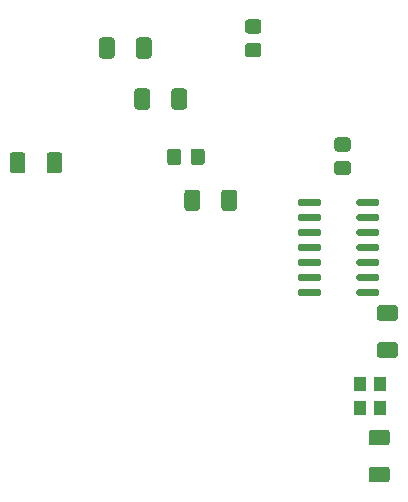
<source format=gbr>
%TF.GenerationSoftware,KiCad,Pcbnew,(5.1.8-0-10_14)*%
%TF.CreationDate,2022-02-24T11:51:05-06:00*%
%TF.ProjectId,SAQ_KiCad_alpha,5341515f-4b69-4436-9164-5f616c706861,rev?*%
%TF.SameCoordinates,Original*%
%TF.FileFunction,Paste,Bot*%
%TF.FilePolarity,Positive*%
%FSLAX46Y46*%
G04 Gerber Fmt 4.6, Leading zero omitted, Abs format (unit mm)*
G04 Created by KiCad (PCBNEW (5.1.8-0-10_14)) date 2022-02-24 11:51:05*
%MOMM*%
%LPD*%
G01*
G04 APERTURE LIST*
%ADD10R,1.100000X1.300000*%
G04 APERTURE END LIST*
%TO.C,U5*%
G36*
G01*
X166092000Y-43965000D02*
X166092000Y-43665000D01*
G75*
G02*
X166242000Y-43515000I150000J0D01*
G01*
X167892000Y-43515000D01*
G75*
G02*
X168042000Y-43665000I0J-150000D01*
G01*
X168042000Y-43965000D01*
G75*
G02*
X167892000Y-44115000I-150000J0D01*
G01*
X166242000Y-44115000D01*
G75*
G02*
X166092000Y-43965000I0J150000D01*
G01*
G37*
G36*
G01*
X166092000Y-42695000D02*
X166092000Y-42395000D01*
G75*
G02*
X166242000Y-42245000I150000J0D01*
G01*
X167892000Y-42245000D01*
G75*
G02*
X168042000Y-42395000I0J-150000D01*
G01*
X168042000Y-42695000D01*
G75*
G02*
X167892000Y-42845000I-150000J0D01*
G01*
X166242000Y-42845000D01*
G75*
G02*
X166092000Y-42695000I0J150000D01*
G01*
G37*
G36*
G01*
X166092000Y-41425000D02*
X166092000Y-41125000D01*
G75*
G02*
X166242000Y-40975000I150000J0D01*
G01*
X167892000Y-40975000D01*
G75*
G02*
X168042000Y-41125000I0J-150000D01*
G01*
X168042000Y-41425000D01*
G75*
G02*
X167892000Y-41575000I-150000J0D01*
G01*
X166242000Y-41575000D01*
G75*
G02*
X166092000Y-41425000I0J150000D01*
G01*
G37*
G36*
G01*
X166092000Y-40155000D02*
X166092000Y-39855000D01*
G75*
G02*
X166242000Y-39705000I150000J0D01*
G01*
X167892000Y-39705000D01*
G75*
G02*
X168042000Y-39855000I0J-150000D01*
G01*
X168042000Y-40155000D01*
G75*
G02*
X167892000Y-40305000I-150000J0D01*
G01*
X166242000Y-40305000D01*
G75*
G02*
X166092000Y-40155000I0J150000D01*
G01*
G37*
G36*
G01*
X166092000Y-38885000D02*
X166092000Y-38585000D01*
G75*
G02*
X166242000Y-38435000I150000J0D01*
G01*
X167892000Y-38435000D01*
G75*
G02*
X168042000Y-38585000I0J-150000D01*
G01*
X168042000Y-38885000D01*
G75*
G02*
X167892000Y-39035000I-150000J0D01*
G01*
X166242000Y-39035000D01*
G75*
G02*
X166092000Y-38885000I0J150000D01*
G01*
G37*
G36*
G01*
X166092000Y-37615000D02*
X166092000Y-37315000D01*
G75*
G02*
X166242000Y-37165000I150000J0D01*
G01*
X167892000Y-37165000D01*
G75*
G02*
X168042000Y-37315000I0J-150000D01*
G01*
X168042000Y-37615000D01*
G75*
G02*
X167892000Y-37765000I-150000J0D01*
G01*
X166242000Y-37765000D01*
G75*
G02*
X166092000Y-37615000I0J150000D01*
G01*
G37*
G36*
G01*
X166092000Y-36345000D02*
X166092000Y-36045000D01*
G75*
G02*
X166242000Y-35895000I150000J0D01*
G01*
X167892000Y-35895000D01*
G75*
G02*
X168042000Y-36045000I0J-150000D01*
G01*
X168042000Y-36345000D01*
G75*
G02*
X167892000Y-36495000I-150000J0D01*
G01*
X166242000Y-36495000D01*
G75*
G02*
X166092000Y-36345000I0J150000D01*
G01*
G37*
G36*
G01*
X161142000Y-36345000D02*
X161142000Y-36045000D01*
G75*
G02*
X161292000Y-35895000I150000J0D01*
G01*
X162942000Y-35895000D01*
G75*
G02*
X163092000Y-36045000I0J-150000D01*
G01*
X163092000Y-36345000D01*
G75*
G02*
X162942000Y-36495000I-150000J0D01*
G01*
X161292000Y-36495000D01*
G75*
G02*
X161142000Y-36345000I0J150000D01*
G01*
G37*
G36*
G01*
X161142000Y-37615000D02*
X161142000Y-37315000D01*
G75*
G02*
X161292000Y-37165000I150000J0D01*
G01*
X162942000Y-37165000D01*
G75*
G02*
X163092000Y-37315000I0J-150000D01*
G01*
X163092000Y-37615000D01*
G75*
G02*
X162942000Y-37765000I-150000J0D01*
G01*
X161292000Y-37765000D01*
G75*
G02*
X161142000Y-37615000I0J150000D01*
G01*
G37*
G36*
G01*
X161142000Y-38885000D02*
X161142000Y-38585000D01*
G75*
G02*
X161292000Y-38435000I150000J0D01*
G01*
X162942000Y-38435000D01*
G75*
G02*
X163092000Y-38585000I0J-150000D01*
G01*
X163092000Y-38885000D01*
G75*
G02*
X162942000Y-39035000I-150000J0D01*
G01*
X161292000Y-39035000D01*
G75*
G02*
X161142000Y-38885000I0J150000D01*
G01*
G37*
G36*
G01*
X161142000Y-40155000D02*
X161142000Y-39855000D01*
G75*
G02*
X161292000Y-39705000I150000J0D01*
G01*
X162942000Y-39705000D01*
G75*
G02*
X163092000Y-39855000I0J-150000D01*
G01*
X163092000Y-40155000D01*
G75*
G02*
X162942000Y-40305000I-150000J0D01*
G01*
X161292000Y-40305000D01*
G75*
G02*
X161142000Y-40155000I0J150000D01*
G01*
G37*
G36*
G01*
X161142000Y-41425000D02*
X161142000Y-41125000D01*
G75*
G02*
X161292000Y-40975000I150000J0D01*
G01*
X162942000Y-40975000D01*
G75*
G02*
X163092000Y-41125000I0J-150000D01*
G01*
X163092000Y-41425000D01*
G75*
G02*
X162942000Y-41575000I-150000J0D01*
G01*
X161292000Y-41575000D01*
G75*
G02*
X161142000Y-41425000I0J150000D01*
G01*
G37*
G36*
G01*
X161142000Y-42695000D02*
X161142000Y-42395000D01*
G75*
G02*
X161292000Y-42245000I150000J0D01*
G01*
X162942000Y-42245000D01*
G75*
G02*
X163092000Y-42395000I0J-150000D01*
G01*
X163092000Y-42695000D01*
G75*
G02*
X162942000Y-42845000I-150000J0D01*
G01*
X161292000Y-42845000D01*
G75*
G02*
X161142000Y-42695000I0J150000D01*
G01*
G37*
G36*
G01*
X161142000Y-43965000D02*
X161142000Y-43665000D01*
G75*
G02*
X161292000Y-43515000I150000J0D01*
G01*
X162942000Y-43515000D01*
G75*
G02*
X163092000Y-43665000I0J-150000D01*
G01*
X163092000Y-43965000D01*
G75*
G02*
X162942000Y-44115000I-150000J0D01*
G01*
X161292000Y-44115000D01*
G75*
G02*
X161142000Y-43965000I0J150000D01*
G01*
G37*
%TD*%
%TO.C,C15*%
G36*
G01*
X150417500Y-28082003D02*
X150417500Y-26781997D01*
G75*
G02*
X150667497Y-26532000I249997J0D01*
G01*
X151492503Y-26532000D01*
G75*
G02*
X151742500Y-26781997I0J-249997D01*
G01*
X151742500Y-28082003D01*
G75*
G02*
X151492503Y-28332000I-249997J0D01*
G01*
X150667497Y-28332000D01*
G75*
G02*
X150417500Y-28082003I0J249997D01*
G01*
G37*
G36*
G01*
X147292500Y-28082003D02*
X147292500Y-26781997D01*
G75*
G02*
X147542497Y-26532000I249997J0D01*
G01*
X148367503Y-26532000D01*
G75*
G02*
X148617500Y-26781997I0J-249997D01*
G01*
X148617500Y-28082003D01*
G75*
G02*
X148367503Y-28332000I-249997J0D01*
G01*
X147542497Y-28332000D01*
G75*
G02*
X147292500Y-28082003I0J249997D01*
G01*
G37*
%TD*%
%TO.C,C13*%
G36*
G01*
X138063000Y-32179497D02*
X138063000Y-33479503D01*
G75*
G02*
X137813003Y-33729500I-249997J0D01*
G01*
X136987997Y-33729500D01*
G75*
G02*
X136738000Y-33479503I0J249997D01*
G01*
X136738000Y-32179497D01*
G75*
G02*
X136987997Y-31929500I249997J0D01*
G01*
X137813003Y-31929500D01*
G75*
G02*
X138063000Y-32179497I0J-249997D01*
G01*
G37*
G36*
G01*
X141188000Y-32179497D02*
X141188000Y-33479503D01*
G75*
G02*
X140938003Y-33729500I-249997J0D01*
G01*
X140112997Y-33729500D01*
G75*
G02*
X139863000Y-33479503I0J249997D01*
G01*
X139863000Y-32179497D01*
G75*
G02*
X140112997Y-31929500I249997J0D01*
G01*
X140938003Y-31929500D01*
G75*
G02*
X141188000Y-32179497I0J-249997D01*
G01*
G37*
%TD*%
%TO.C,C12*%
G36*
G01*
X147433000Y-23764003D02*
X147433000Y-22463997D01*
G75*
G02*
X147682997Y-22214000I249997J0D01*
G01*
X148508003Y-22214000D01*
G75*
G02*
X148758000Y-22463997I0J-249997D01*
G01*
X148758000Y-23764003D01*
G75*
G02*
X148508003Y-24014000I-249997J0D01*
G01*
X147682997Y-24014000D01*
G75*
G02*
X147433000Y-23764003I0J249997D01*
G01*
G37*
G36*
G01*
X144308000Y-23764003D02*
X144308000Y-22463997D01*
G75*
G02*
X144557997Y-22214000I249997J0D01*
G01*
X145383003Y-22214000D01*
G75*
G02*
X145633000Y-22463997I0J-249997D01*
G01*
X145633000Y-23764003D01*
G75*
G02*
X145383003Y-24014000I-249997J0D01*
G01*
X144557997Y-24014000D01*
G75*
G02*
X144308000Y-23764003I0J249997D01*
G01*
G37*
%TD*%
%TO.C,C11*%
G36*
G01*
X168069497Y-48017000D02*
X169369503Y-48017000D01*
G75*
G02*
X169619500Y-48266997I0J-249997D01*
G01*
X169619500Y-49092003D01*
G75*
G02*
X169369503Y-49342000I-249997J0D01*
G01*
X168069497Y-49342000D01*
G75*
G02*
X167819500Y-49092003I0J249997D01*
G01*
X167819500Y-48266997D01*
G75*
G02*
X168069497Y-48017000I249997J0D01*
G01*
G37*
G36*
G01*
X168069497Y-44892000D02*
X169369503Y-44892000D01*
G75*
G02*
X169619500Y-45141997I0J-249997D01*
G01*
X169619500Y-45967003D01*
G75*
G02*
X169369503Y-46217000I-249997J0D01*
G01*
X168069497Y-46217000D01*
G75*
G02*
X167819500Y-45967003I0J249997D01*
G01*
X167819500Y-45141997D01*
G75*
G02*
X168069497Y-44892000I249997J0D01*
G01*
G37*
%TD*%
D10*
%TO.C,X1*%
X168084000Y-53628000D03*
X168084000Y-51528000D03*
X166434000Y-51528000D03*
X166434000Y-53628000D03*
%TD*%
%TO.C,R18*%
G36*
G01*
X165359501Y-31874000D02*
X164459499Y-31874000D01*
G75*
G02*
X164209500Y-31624001I0J249999D01*
G01*
X164209500Y-30923999D01*
G75*
G02*
X164459499Y-30674000I249999J0D01*
G01*
X165359501Y-30674000D01*
G75*
G02*
X165609500Y-30923999I0J-249999D01*
G01*
X165609500Y-31624001D01*
G75*
G02*
X165359501Y-31874000I-249999J0D01*
G01*
G37*
G36*
G01*
X165359501Y-33874000D02*
X164459499Y-33874000D01*
G75*
G02*
X164209500Y-33624001I0J249999D01*
G01*
X164209500Y-32923999D01*
G75*
G02*
X164459499Y-32674000I249999J0D01*
G01*
X165359501Y-32674000D01*
G75*
G02*
X165609500Y-32923999I0J-249999D01*
G01*
X165609500Y-33624001D01*
G75*
G02*
X165359501Y-33874000I-249999J0D01*
G01*
G37*
%TD*%
%TO.C,R17*%
G36*
G01*
X152054000Y-32771501D02*
X152054000Y-31871499D01*
G75*
G02*
X152303999Y-31621500I249999J0D01*
G01*
X153004001Y-31621500D01*
G75*
G02*
X153254000Y-31871499I0J-249999D01*
G01*
X153254000Y-32771501D01*
G75*
G02*
X153004001Y-33021500I-249999J0D01*
G01*
X152303999Y-33021500D01*
G75*
G02*
X152054000Y-32771501I0J249999D01*
G01*
G37*
G36*
G01*
X150054000Y-32771501D02*
X150054000Y-31871499D01*
G75*
G02*
X150303999Y-31621500I249999J0D01*
G01*
X151004001Y-31621500D01*
G75*
G02*
X151254000Y-31871499I0J-249999D01*
G01*
X151254000Y-32771501D01*
G75*
G02*
X151004001Y-33021500I-249999J0D01*
G01*
X150303999Y-33021500D01*
G75*
G02*
X150054000Y-32771501I0J249999D01*
G01*
G37*
%TD*%
%TO.C,R15*%
G36*
G01*
X156902999Y-22688500D02*
X157803001Y-22688500D01*
G75*
G02*
X158053000Y-22938499I0J-249999D01*
G01*
X158053000Y-23638501D01*
G75*
G02*
X157803001Y-23888500I-249999J0D01*
G01*
X156902999Y-23888500D01*
G75*
G02*
X156653000Y-23638501I0J249999D01*
G01*
X156653000Y-22938499D01*
G75*
G02*
X156902999Y-22688500I249999J0D01*
G01*
G37*
G36*
G01*
X156902999Y-20688500D02*
X157803001Y-20688500D01*
G75*
G02*
X158053000Y-20938499I0J-249999D01*
G01*
X158053000Y-21638501D01*
G75*
G02*
X157803001Y-21888500I-249999J0D01*
G01*
X156902999Y-21888500D01*
G75*
G02*
X156653000Y-21638501I0J249999D01*
G01*
X156653000Y-20938499D01*
G75*
G02*
X156902999Y-20688500I249999J0D01*
G01*
G37*
%TD*%
%TO.C,C9*%
G36*
G01*
X167370997Y-58558000D02*
X168671003Y-58558000D01*
G75*
G02*
X168921000Y-58807997I0J-249997D01*
G01*
X168921000Y-59633003D01*
G75*
G02*
X168671003Y-59883000I-249997J0D01*
G01*
X167370997Y-59883000D01*
G75*
G02*
X167121000Y-59633003I0J249997D01*
G01*
X167121000Y-58807997D01*
G75*
G02*
X167370997Y-58558000I249997J0D01*
G01*
G37*
G36*
G01*
X167370997Y-55433000D02*
X168671003Y-55433000D01*
G75*
G02*
X168921000Y-55682997I0J-249997D01*
G01*
X168921000Y-56508003D01*
G75*
G02*
X168671003Y-56758000I-249997J0D01*
G01*
X167370997Y-56758000D01*
G75*
G02*
X167121000Y-56508003I0J249997D01*
G01*
X167121000Y-55682997D01*
G75*
G02*
X167370997Y-55433000I249997J0D01*
G01*
G37*
%TD*%
%TO.C,C8*%
G36*
G01*
X152858500Y-35354497D02*
X152858500Y-36654503D01*
G75*
G02*
X152608503Y-36904500I-249997J0D01*
G01*
X151783497Y-36904500D01*
G75*
G02*
X151533500Y-36654503I0J249997D01*
G01*
X151533500Y-35354497D01*
G75*
G02*
X151783497Y-35104500I249997J0D01*
G01*
X152608503Y-35104500D01*
G75*
G02*
X152858500Y-35354497I0J-249997D01*
G01*
G37*
G36*
G01*
X155983500Y-35354497D02*
X155983500Y-36654503D01*
G75*
G02*
X155733503Y-36904500I-249997J0D01*
G01*
X154908497Y-36904500D01*
G75*
G02*
X154658500Y-36654503I0J249997D01*
G01*
X154658500Y-35354497D01*
G75*
G02*
X154908497Y-35104500I249997J0D01*
G01*
X155733503Y-35104500D01*
G75*
G02*
X155983500Y-35354497I0J-249997D01*
G01*
G37*
%TD*%
M02*

</source>
